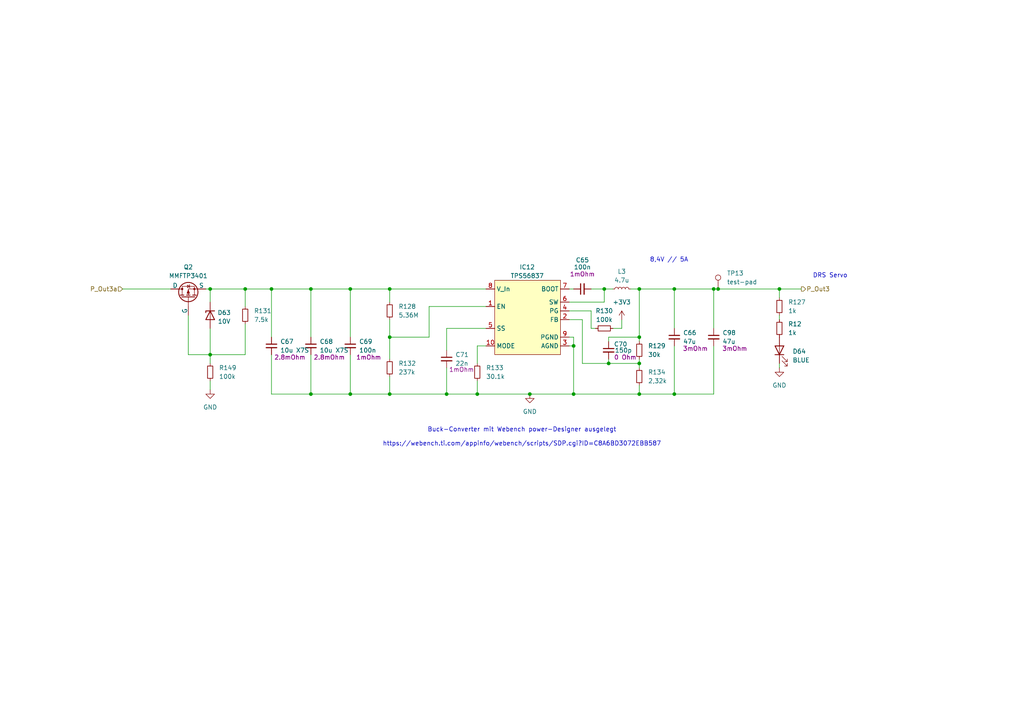
<source format=kicad_sch>
(kicad_sch (version 20231120) (generator "eeschema") (generator_version "8.0")
  (paper "A4")
  (title_block (title "PDU FT25") (date "2025-01-15") (rev "V1.2") (company "Janek Herm") (comment 1 "FaSTTUBe Electronics"))
  (lib_symbols
    (symbol "Connector:TestPoint" (pin_numbers hide) (pin_names (offset 0.762) hide)
      (property "Reference" "TP" (at 0 6.858 0))
      (property "Value" "TestPoint" (at 0 5.08 0))
      (symbol "TestPoint_0_1"
        (circle (center 0 3.302) (radius 0.762))
      )
      (symbol "TestPoint_1_1"
        (pin passive line (at 0 0 90) (length 2.54) (name "1") (number "1"))
      )
    )
    (symbol "Device:C_Small" (pin_numbers hide) (pin_names (offset 0.254) hide)
      (property "Reference" "C" (at 0.254 1.778 0))
      (property "Value" "C_Small" (at 0.254 -2.032 0))
      (symbol "C_Small_0_1"
        (polyline (pts (xy -1.524 -0.508) (xy 1.524 -0.508)) (stroke (width 0.3302)))
        (polyline (pts (xy -1.524 0.508) (xy 1.524 0.508)) (stroke (width 0.3048)))
      )
      (symbol "C_Small_1_1"
        (pin passive line (at 0 2.54 270) (length 2.032) (name "~") (number "1"))
        (pin passive line (at 0 -2.54 90) (length 2.032) (name "~") (number "2"))
      )
    )
    (symbol "Device:D_Zener" (pin_numbers hide) (pin_names (offset 1.016) hide)
      (property "Reference" "D" (at 0 2.54 0))
      (property "Value" "D_Zener" (at 0 -2.54 0))
      (symbol "D_Zener_0_1"
        (polyline (pts (xy 1.27 0) (xy -1.27 0)))
        (polyline (pts (xy -1.27 -1.27) (xy -1.27 1.27) (xy -0.762 1.27)) (stroke (width 0.254)))
        (polyline (pts (xy 1.27 -1.27) (xy 1.27 1.27) (xy -1.27 0) (xy 1.27 -1.27)) (stroke (width 0.254)))
      )
      (symbol "D_Zener_1_1"
        (pin passive line (at -3.81 0 0) (length 2.54) (name "K") (number "1"))
        (pin passive line (at 3.81 0 180) (length 2.54) (name "A") (number "2"))
      )
    )
    (symbol "Device:LED" (pin_numbers hide) (pin_names (offset 1.016) hide)
      (property "Reference" "D" (at 0 2.54 0))
      (property "Value" "LED" (at 0 -2.54 0))
      (symbol "LED_0_1"
        (polyline (pts (xy -1.27 -1.27) (xy -1.27 1.27)) (stroke (width 0.254)))
        (polyline (pts (xy -1.27 0) (xy 1.27 0)))
        (polyline (pts (xy 1.27 -1.27) (xy 1.27 1.27) (xy -1.27 0) (xy 1.27 -1.27)) (stroke (width 0.254)))
        (polyline (pts (xy -3.048 -0.762) (xy -4.572 -2.286) (xy -3.81 -2.286) (xy -4.572 -2.286) (xy -4.572 -1.524)))
        (polyline (pts (xy -1.778 -0.762) (xy -3.302 -2.286) (xy -2.54 -2.286) (xy -3.302 -2.286) (xy -3.302 -1.524)))
      )
      (symbol "LED_1_1"
        (pin passive line (at -3.81 0 0) (length 2.54) (name "K") (number "1"))
        (pin passive line (at 3.81 0 180) (length 2.54) (name "A") (number "2"))
      )
    )
    (symbol "Device:L_Small" (pin_numbers hide) (pin_names (offset 0.254) hide)
      (property "Reference" "L" (at 0.762 1.016 0))
      (property "Value" "L_Small" (at 0.762 -1.016 0))
      (symbol "L_Small_0_1"
        (arc (start 0 -2.032) (mid 0.5058 -1.524) (end 0 -1.016))
        (arc (start 0 -1.016) (mid 0.5058 -0.508) (end 0 0))
        (arc (start 0 0) (mid 0.5058 0.508) (end 0 1.016))
        (arc (start 0 1.016) (mid 0.5058 1.524) (end 0 2.032))
      )
      (symbol "L_Small_1_1"
        (pin passive line (at 0 2.54 270) (length 0.508) (name "~") (number "1"))
        (pin passive line (at 0 -2.54 90) (length 0.508) (name "~") (number "2"))
      )
    )
    (symbol "Device:R_Small" (pin_numbers hide) (pin_names (offset 0.254) hide)
      (property "Reference" "R" (at 0.762 0.508 0))
      (property "Value" "R_Small" (at 0.762 -1.016 0))
      (symbol "R_Small_0_1"
        (rectangle (start -0.762 1.778) (end 0.762 -1.778) (stroke (width 0.2032)))
      )
      (symbol "R_Small_1_1"
        (pin passive line (at 0 2.54 270) (length 0.762) (name "~") (number "1"))
        (pin passive line (at 0 -2.54 90) (length 0.762) (name "~") (number "2"))
      )
    )
    (symbol "FaSTTUBe_Voltage_Regulators:TPS56837"
      (property "Reference" "IC" (at -3.556 10.922 0))
      (property "Value" "TPS56837" (at -3.302 8.636 0))
      (symbol "TPS56837_1_1"
        (rectangle (start -12.7 7.62) (end 6.35 -13.97) (fill (type background)))
        (pin input line (at -15.24 0 0) (length 2.54) (name "EN") (number "1"))
        (pin input line (at -15.24 -11.43 0) (length 2.54) (name "MODE") (number "10"))
        (pin input line (at 8.89 -3.81 180) (length 2.54) (name "FB") (number "2"))
        (pin input line (at 8.89 -11.43 180) (length 2.54) (name "AGND") (number "3"))
        (pin input line (at 8.89 -1.27 180) (length 2.54) (name "PG") (number "4"))
        (pin input line (at -15.24 -6.35 0) (length 2.54) (name "SS") (number "5"))
        (pin input line (at 8.89 1.27 180) (length 2.54) (name "SW") (number "6"))
        (pin input line (at 8.89 5.08 180) (length 2.54) (name "BOOT") (number "7"))
        (pin input line (at -15.24 5.08 0) (length 2.54) (name "V_In") (number "8"))
        (pin input line (at 8.89 -8.89 180) (length 2.54) (name "PGND") (number "9"))
      )
    )
    (symbol "Simulation_SPICE:PMOS" (pin_numbers hide) (pin_names (offset 0))
      (property "Reference" "Q" (at 5.08 1.27 0))
      (property "Value" "PMOS" (at 5.08 -1.27 0))
      (symbol "PMOS_0_1"
        (polyline (pts (xy 0.254 0) (xy -2.54 0)))
        (polyline (pts (xy 0.254 1.905) (xy 0.254 -1.905)) (stroke (width 0.254)))
        (polyline (pts (xy 0.762 -1.27) (xy 0.762 -2.286)) (stroke (width 0.254)))
        (polyline (pts (xy 0.762 0.508) (xy 0.762 -0.508)) (stroke (width 0.254)))
        (polyline (pts (xy 0.762 2.286) (xy 0.762 1.27)) (stroke (width 0.254)))
        (polyline (pts (xy 2.54 2.54) (xy 2.54 1.778)))
        (polyline (pts (xy 2.54 -2.54) (xy 2.54 0) (xy 0.762 0)))
        (polyline (pts (xy 0.762 1.778) (xy 3.302 1.778) (xy 3.302 -1.778) (xy 0.762 -1.778)))
        (polyline (pts (xy 2.286 0) (xy 1.27 0.381) (xy 1.27 -0.381) (xy 2.286 0)) (fill (type outline)))
        (polyline (pts (xy 2.794 -0.508) (xy 2.921 -0.381) (xy 3.683 -0.381) (xy 3.81 -0.254)))
        (polyline (pts (xy 3.302 -0.381) (xy 2.921 0.254) (xy 3.683 0.254) (xy 3.302 -0.381)))
        (circle (center 1.651 0) (radius 2.794) (stroke (width 0.254)))
        (circle (center 2.54 -1.778) (radius 0.254) (fill (type outline)))
        (circle (center 2.54 1.778) (radius 0.254) (fill (type outline)))
      )
      (symbol "PMOS_1_1"
        (pin passive line (at 2.54 5.08 270) (length 2.54) (name "D") (number "1"))
        (pin input line (at -5.08 0 0) (length 2.54) (name "G") (number "2"))
        (pin passive line (at 2.54 -5.08 90) (length 2.54) (name "S") (number "3"))
      )
    )
    (symbol "power:+3.3V" (power) (pin_numbers hide) (pin_names (offset 0) hide)
      (property "Value" "+3.3V" (at 0 3.556 0))
      (symbol "+3.3V_0_1"
        (polyline (pts (xy -0.762 1.27) (xy 0 2.54)))
        (polyline (pts (xy 0 0) (xy 0 2.54)))
        (polyline (pts (xy 0 2.54) (xy 0.762 1.27)))
      )
      (symbol "+3.3V_1_1"
        (pin power_in line (at 0 0 90) (length 0) (name "~") (number "1"))
      )
    )
    (symbol "power:GND" (power) (pin_numbers hide) (pin_names (offset 0) hide)
      (property "Value" "GND" (at 0 -3.81 0))
      (symbol "GND_0_1"
        (polyline (pts (xy 0 0) (xy 0 -1.27) (xy 1.27 -1.27) (xy 0 -2.54) (xy -1.27 -1.27) (xy 0 -1.27)))
      )
      (symbol "GND_1_1"
        (pin power_in line (at 0 0 270) (length 0) (name "~") (number "1"))
      )
    )
  )
  (junction (at 113.03 114.3))
  (junction (at 226.06 83.82))
  (junction (at 195.58 83.82))
  (junction (at 185.42 105.41))
  (junction (at 113.03 83.82))
  (junction (at 185.42 83.82))
  (junction (at 101.6 114.3))
  (junction (at 129.54 114.3))
  (junction (at 208.28 83.82))
  (junction (at 185.42 114.3))
  (junction (at 176.53 105.41))
  (junction (at 101.6 83.82))
  (junction (at 60.96 102.87))
  (junction (at 207.01 83.82))
  (junction (at 185.42 97.79))
  (junction (at 90.17 83.82))
  (junction (at 153.67 114.3))
  (junction (at 78.74 83.82))
  (junction (at 138.43 114.3))
  (junction (at 195.58 114.3))
  (junction (at 175.26 83.82))
  (junction (at 166.37 114.3))
  (junction (at 71.12 83.82))
  (junction (at 113.03 97.79))
  (junction (at 166.37 100.33))
  (junction (at 90.17 114.3))
  (junction (at 60.96 83.82))
  (wire (pts (xy 71.12 83.82) (xy 78.74 83.82)))
  (wire (pts (xy 124.46 88.9) (xy 124.46 97.79)))
  (wire (pts (xy 113.03 109.22) (xy 113.03 114.3)))
  (wire (pts (xy 165.1 92.71) (xy 168.91 92.71)))
  (wire (pts (xy 166.37 100.33) (xy 166.37 114.3)))
  (wire (pts (xy 226.06 83.82) (xy 226.06 86.36)))
  (wire (pts (xy 176.53 105.41) (xy 185.42 105.41)))
  (wire (pts (xy 60.96 110.49) (xy 60.96 113.03)))
  (wire (pts (xy 226.06 105.41) (xy 226.06 106.68)))
  (wire (pts (xy 180.34 95.25) (xy 180.34 92.71)))
  (wire (pts (xy 226.06 91.44) (xy 226.06 92.71)))
  (wire (pts (xy 60.96 83.82) (xy 71.12 83.82)))
  (wire (pts (xy 101.6 102.87) (xy 101.6 114.3)))
  (wire (pts (xy 35.56 83.82) (xy 49.53 83.82)))
  (wire (pts (xy 90.17 102.87) (xy 90.17 114.3)))
  (wire (pts (xy 90.17 83.82) (xy 90.17 97.79)))
  (wire (pts (xy 185.42 111.76) (xy 185.42 114.3)))
  (wire (pts (xy 71.12 102.87) (xy 60.96 102.87)))
  (wire (pts (xy 185.42 99.06) (xy 185.42 97.79)))
  (wire (pts (xy 60.96 102.87) (xy 60.96 105.41)))
  (wire (pts (xy 140.97 88.9) (xy 124.46 88.9)))
  (wire (pts (xy 177.8 83.82) (xy 175.26 83.82)))
  (wire (pts (xy 171.45 90.17) (xy 171.45 95.25)))
  (wire (pts (xy 129.54 106.68) (xy 129.54 114.3)))
  (wire (pts (xy 101.6 83.82) (xy 101.6 97.79)))
  (wire (pts (xy 71.12 83.82) (xy 71.12 88.9)))
  (wire (pts (xy 175.26 87.63) (xy 175.26 83.82)))
  (wire (pts (xy 208.28 83.82) (xy 226.06 83.82)))
  (wire (pts (xy 185.42 83.82) (xy 185.42 97.79)))
  (wire (pts (xy 166.37 114.3) (xy 185.42 114.3)))
  (wire (pts (xy 166.37 97.79) (xy 166.37 100.33)))
  (wire (pts (xy 165.1 87.63) (xy 175.26 87.63)))
  (wire (pts (xy 59.69 83.82) (xy 60.96 83.82)))
  (wire (pts (xy 138.43 110.49) (xy 138.43 114.3)))
  (wire (pts (xy 124.46 97.79) (xy 113.03 97.79)))
  (wire (pts (xy 185.42 114.3) (xy 195.58 114.3)))
  (wire (pts (xy 226.06 83.82) (xy 232.41 83.82)))
  (wire (pts (xy 185.42 83.82) (xy 195.58 83.82)))
  (wire (pts (xy 54.61 91.44) (xy 54.61 102.87)))
  (wire (pts (xy 195.58 100.33) (xy 195.58 114.3)))
  (wire (pts (xy 113.03 114.3) (xy 129.54 114.3)))
  (wire (pts (xy 138.43 114.3) (xy 153.67 114.3)))
  (wire (pts (xy 185.42 104.14) (xy 185.42 105.41)))
  (wire (pts (xy 113.03 92.71) (xy 113.03 97.79)))
  (wire (pts (xy 165.1 83.82) (xy 166.37 83.82)))
  (wire (pts (xy 195.58 83.82) (xy 195.58 95.25)))
  (wire (pts (xy 54.61 102.87) (xy 60.96 102.87)))
  (wire (pts (xy 176.53 105.41) (xy 176.53 104.14)))
  (wire (pts (xy 195.58 114.3) (xy 207.01 114.3)))
  (wire (pts (xy 78.74 102.87) (xy 78.74 114.3)))
  (wire (pts (xy 78.74 114.3) (xy 90.17 114.3)))
  (wire (pts (xy 165.1 90.17) (xy 171.45 90.17)))
  (wire (pts (xy 165.1 97.79) (xy 166.37 97.79)))
  (wire (pts (xy 171.45 95.25) (xy 172.72 95.25)))
  (wire (pts (xy 165.1 100.33) (xy 166.37 100.33)))
  (wire (pts (xy 140.97 100.33) (xy 138.43 100.33)))
  (wire (pts (xy 138.43 100.33) (xy 138.43 105.41)))
  (wire (pts (xy 90.17 83.82) (xy 101.6 83.82)))
  (wire (pts (xy 185.42 105.41) (xy 185.42 106.68)))
  (wire (pts (xy 168.91 92.71) (xy 168.91 105.41)))
  (wire (pts (xy 71.12 93.98) (xy 71.12 102.87)))
  (wire (pts (xy 60.96 95.25) (xy 60.96 102.87)))
  (wire (pts (xy 129.54 114.3) (xy 138.43 114.3)))
  (wire (pts (xy 60.96 83.82) (xy 60.96 87.63)))
  (wire (pts (xy 113.03 83.82) (xy 113.03 87.63)))
  (wire (pts (xy 182.88 83.82) (xy 185.42 83.82)))
  (wire (pts (xy 171.45 83.82) (xy 175.26 83.82)))
  (wire (pts (xy 177.8 95.25) (xy 180.34 95.25)))
  (wire (pts (xy 140.97 95.25) (xy 129.54 95.25)))
  (wire (pts (xy 101.6 83.82) (xy 113.03 83.82)))
  (wire (pts (xy 78.74 83.82) (xy 90.17 83.82)))
  (wire (pts (xy 78.74 83.82) (xy 78.74 97.79)))
  (wire (pts (xy 113.03 97.79) (xy 113.03 104.14)))
  (wire (pts (xy 207.01 100.33) (xy 207.01 114.3)))
  (wire (pts (xy 129.54 95.25) (xy 129.54 101.6)))
  (wire (pts (xy 168.91 105.41) (xy 176.53 105.41)))
  (wire (pts (xy 176.53 97.79) (xy 176.53 99.06)))
  (wire (pts (xy 101.6 114.3) (xy 113.03 114.3)))
  (wire (pts (xy 195.58 83.82) (xy 207.01 83.82)))
  (wire (pts (xy 153.67 114.3) (xy 166.37 114.3)))
  (wire (pts (xy 113.03 83.82) (xy 140.97 83.82)))
  (wire (pts (xy 207.01 83.82) (xy 208.28 83.82)))
  (wire (pts (xy 207.01 83.82) (xy 207.01 95.25)))
  (wire (pts (xy 90.17 114.3) (xy 101.6 114.3)))
  (wire (pts (xy 176.53 97.79) (xy 185.42 97.79)))
  (text "DRS Servo" (at 240.792 80.01 0) (effects (font (size 1.27 1.27))))
  (text "8,4V // 5A" (at 194.056 75.438 0) (effects (font (size 1.27 1.27))))
  (text "Buck-Converter mit Webench power-Designer ausgelegt\n\nhttps://webench.ti.com/appinfo/webench/scripts/SDP.cgi?ID=C8A6BD3072EBB587" (at 151.384 126.746 0) (effects (font (size 1.27 1.27))))
  (hierarchical_label "P_Out3" (shape output) (at 232.41 83.82 0))
  (hierarchical_label "P_Out3a" (shape input) (at 35.56 83.82 180))
  (symbol (lib_id "Device:R_Small") (at 185.42 109.22 0) (unit 1)
    (property "Reference" "R134" (at 187.96 107.9499 0) (effects (justify left)))
    (property "Value" "2,32k" (at 187.96 110.4899 0) (effects (justify left)))
    (property "Footprint" "Resistor_SMD:R_0603_1608Metric" (effects (hide yes)))
    (property "Description" "Resistor, small symbol" (effects (hide yes)))
  )
  (symbol (lib_id "Connector:TestPoint") (at 208.28 83.82 0) (unit 1)
    (property "Reference" "TP13" (at 210.82 79.2479 0) (effects (justify left)))
    (property "Value" "test-pad" (at 210.82 81.7879 0) (effects (justify left)))
    (property "Footprint" "5025:5025" (effects (hide yes)))
    (property "Description" "test point" (effects (hide yes)))
  )
  (symbol (lib_id "Device:D_Zener") (at 60.96 91.44 90) (mirror x) (unit 1)
    (property "Reference" "D63" (at 65.024 90.678 90))
    (property "Value" "10V" (at 65.024 93.218 90))
    (property "Footprint" "3SMAJ5934B-TP:DIOM5226X244N" (effects (hide yes)))
    (property "Datasheet" "https://www.mouser.de/datasheet/2/258/3SMAJ5918B_3SMAJ5956B_SMA_-3423242.pdf" (effects (hide yes)))
    (property "Description" "Zener diode" (effects (hide yes)))
    (property "MPR" "3SMAJ5925B" (effects (hide yes)))
  )
  (symbol (lib_id "Device:R_Small") (at 60.96 107.95 0) (unit 1)
    (property "Reference" "R149" (at 63.5 106.6799 0) (effects (justify left)))
    (property "Value" "100k" (at 63.5 109.2199 0) (effects (justify left)))
    (property "Footprint" "Resistor_SMD:R_0603_1608Metric" (effects (hide yes)))
    (property "Description" "Resistor, small symbol" (effects (hide yes)))
  )
  (symbol (lib_id "Device:C_Small") (at 78.74 100.33 0) (unit 1)
    (property "Reference" "C67" (at 81.28 99.0662 0) (effects (justify left)))
    (property "Value" "10u X7S" (at 81.28 101.6062 0) (effects (justify left)))
    (property "Footprint" "Capacitor_SMD:C_1210_3225Metric" (effects (hide yes)))
    (property "Description" "Unpolarized capacitor, small symbol" (effects (hide yes)))
    (property "Resistance" "2.8mOhm" (at 84.074 103.632 0))
  )
  (symbol (lib_id "Device:LED") (at 226.06 101.6 90) (unit 1)
    (property "Reference" "D64" (at 229.87 101.9174 90) (effects (justify right)))
    (property "Value" "BLUE" (at 229.87 104.4574 90) (effects (justify right)))
    (property "Footprint" "LED_SMD:LED_0603_1608Metric" (effects (hide yes)))
    (property "Datasheet" "https://www.we-online.com/components/products/datasheet/150060BS75000.pdf" (effects (hide yes)))
    (property "Description" "Light emitting diode" (effects (hide yes)))
    (property "MPR" "150060BS75000" (effects (hide yes)))
  )
  (symbol (lib_id "Device:C_Small") (at 129.54 104.14 0) (unit 1)
    (property "Reference" "C71" (at 132.08 102.8762 0) (effects (justify left)))
    (property "Value" "22n" (at 132.08 105.4162 0) (effects (justify left)))
    (property "Footprint" "Capacitor_SMD:C_0603_1608Metric" (effects (hide yes)))
    (property "Description" "Unpolarized capacitor, small symbol" (effects (hide yes)))
    (property "Resistance" "1mOhm" (at 133.858 107.188 0))
  )
  (symbol (lib_id "Simulation_SPICE:PMOS") (at 54.61 86.36 90) (unit 1)
    (property "Reference" "Q2" (at 54.61 77.47 90))
    (property "Value" "MMFTP3401" (at 54.61 80.01 90))
    (property "Footprint" "FaSTTUBe_Switches:SOT-23_GSD" (effects (hide yes)))
    (property "Datasheet" "https://diotec.com/request/datasheet/mmftp3401.pdf" (effects (hide yes)))
    (property "Description" "P-MOSFET transistor, drain/source/gate" (effects (hide yes)))
    (property "Sim.Device" "PMOS" (effects (hide yes)))
    (property "Sim.Type" "VDMOS" (effects (hide yes)))
    (property "Sim.Pins" "1=D 2=G 3=S" (effects (hide yes)))
  )
  (symbol (lib_id "Device:C_Small") (at 101.6 100.33 0) (unit 1)
    (property "Reference" "C69" (at 104.14 99.0662 0) (effects (justify left)))
    (property "Value" "100n" (at 104.14 101.6062 0) (effects (justify left)))
    (property "Footprint" "Capacitor_SMD:C_0805_2012Metric" (effects (hide yes)))
    (property "Description" "Unpolarized capacitor, small symbol" (effects (hide yes)))
    (property "Resistance" "1mOhm" (at 106.934 103.632 0))
  )
  (symbol (lib_id "power:GND") (at 60.96 113.03 0) (unit 1)
    (property "Reference" "#PWR0190" (effects (hide yes)))
    (property "Value" "GND" (at 60.96 118.11 0))
    (property "Description" "Power symbol creates a global label with name \"GND\" , ground" (effects (hide yes)))
  )
  (symbol (lib_id "Device:R_Small") (at 226.06 95.25 0) (unit 1)
    (property "Reference" "R12" (at 228.6 93.9799 0) (effects (justify left)))
    (property "Value" "1k" (at 228.6 96.5199 0) (effects (justify left)))
    (property "Footprint" "Resistor_SMD:R_0603_1608Metric" (effects (hide yes)))
    (property "Description" "Resistor, small symbol" (effects (hide yes)))
  )
  (symbol (lib_id "FaSTTUBe_Voltage_Regulators:TPS56837") (at 156.21 88.9 0) (unit 1)
    (property "Reference" "IC12" (at 152.908 77.47 0))
    (property "Value" "TPS56837" (at 152.908 80.01 0))
    (property "Footprint" "TPS56837:TPS56837" (effects (hide yes)))
    (property "Datasheet" "https://www.ti.com/lit/ds/symlink/tps56837.pdf?ts=1731338435977" (effects (hide yes)))
  )
  (symbol (lib_id "Device:C_Small") (at 207.01 97.79 0) (unit 1)
    (property "Reference" "C98" (at 209.55 96.5262 0) (effects (justify left)))
    (property "Value" "47u" (at 209.55 99.0662 0) (effects (justify left)))
    (property "Footprint" "Capacitor_SMD:C_1206_3216Metric" (effects (hide yes)))
    (property "Description" "Unpolarized capacitor, small symbol" (effects (hide yes)))
    (property "Resistance" "3mOhm" (at 213.106 101.092 0))
  )
  (symbol (lib_id "Device:R_Small") (at 138.43 107.95 0) (unit 1)
    (property "Reference" "R133" (at 140.97 106.6799 0) (effects (justify left)))
    (property "Value" "30.1k" (at 140.97 109.2199 0) (effects (justify left)))
    (property "Footprint" "Resistor_SMD:R_0603_1608Metric" (effects (hide yes)))
    (property "Description" "Resistor, small symbol" (effects (hide yes)))
  )
  (symbol (lib_id "power:GND") (at 153.67 114.3 0) (unit 1)
    (property "Reference" "#PWR0191" (effects (hide yes)))
    (property "Value" "GND" (at 153.67 119.38 0))
    (property "Description" "Power symbol creates a global label with name \"GND\" , ground" (effects (hide yes)))
  )
  (symbol (lib_id "Device:R_Small") (at 71.12 91.44 0) (unit 1)
    (property "Reference" "R131" (at 73.66 90.1699 0) (effects (justify left)))
    (property "Value" "7.5k" (at 73.66 92.7099 0) (effects (justify left)))
    (property "Footprint" "Resistor_SMD:R_0603_1608Metric" (effects (hide yes)))
    (property "Description" "Resistor, small symbol" (effects (hide yes)))
  )
  (symbol (lib_id "Device:C_Small") (at 195.58 97.79 0) (unit 1)
    (property "Reference" "C66" (at 198.12 96.5262 0) (effects (justify left)))
    (property "Value" "47u" (at 198.12 99.0662 0) (effects (justify left)))
    (property "Footprint" "Capacitor_SMD:C_1206_3216Metric" (effects (hide yes)))
    (property "Description" "Unpolarized capacitor, small symbol" (effects (hide yes)))
    (property "Resistance" "3mOhm" (at 201.676 101.092 0))
  )
  (symbol (lib_id "Device:R_Small") (at 226.06 88.9 0) (unit 1)
    (property "Reference" "R127" (at 228.6 87.6299 0) (effects (justify left)))
    (property "Value" "1k" (at 228.6 90.1699 0) (effects (justify left)))
    (property "Footprint" "Resistor_SMD:R_0603_1608Metric" (effects (hide yes)))
    (property "Description" "Resistor, small symbol" (effects (hide yes)))
  )
  (symbol (lib_id "Device:R_Small") (at 113.03 106.68 0) (unit 1)
    (property "Reference" "R132" (at 115.57 105.4099 0) (effects (justify left)))
    (property "Value" "237k" (at 115.57 107.9499 0) (effects (justify left)))
    (property "Footprint" "Resistor_SMD:R_0603_1608Metric" (effects (hide yes)))
    (property "Description" "Resistor, small symbol" (effects (hide yes)))
  )
  (symbol (lib_id "Device:C_Small") (at 176.53 101.6 0) (unit 1)
    (property "Reference" "C70" (at 178.054 99.8282 0) (effects (justify left)))
    (property "Value" "150p" (at 178.308 101.6062 0) (effects (justify left)))
    (property "Footprint" "Capacitor_SMD:C_0603_1608Metric" (effects (hide yes)))
    (property "Description" "Unpolarized capacitor, small symbol" (effects (hide yes)))
    (property "Resistance" "0 Ohm" (at 181.356 103.632 0))
  )
  (symbol (lib_id "Device:L_Small") (at 180.34 83.82 90) (unit 1)
    (property "Reference" "L3" (at 180.34 78.74 90))
    (property "Value" "4.7u" (at 180.34 81.28 90))
    (property "Footprint" "7443330470:WE-HCC_109021" (effects (hide yes)))
    (property "Datasheet" "https://www.we-online.com/components/products/datasheet/7443330470.pdf" (effects (hide yes)))
    (property "Description" "Inductor, small symbol" (effects (hide yes)))
  )
  (symbol (lib_id "Device:C_Small") (at 90.17 100.33 0) (unit 1)
    (property "Reference" "C68" (at 92.71 99.0662 0) (effects (justify left)))
    (property "Value" "10u X7S" (at 92.71 101.6062 0) (effects (justify left)))
    (property "Footprint" "Capacitor_SMD:C_1210_3225Metric" (effects (hide yes)))
    (property "Description" "Unpolarized capacitor, small symbol" (effects (hide yes)))
    (property "Resistance" "2.8mOhm" (at 95.504 103.632 0))
  )
  (symbol (lib_id "Device:R_Small") (at 185.42 101.6 0) (unit 1)
    (property "Reference" "R129" (at 187.96 100.3299 0) (effects (justify left)))
    (property "Value" "30k" (at 187.96 102.8699 0) (effects (justify left)))
    (property "Footprint" "Resistor_SMD:R_0603_1608Metric" (effects (hide yes)))
    (property "Description" "Resistor, small symbol" (effects (hide yes)))
  )
  (symbol (lib_id "power:GND") (at 226.06 106.68 0) (unit 1)
    (property "Reference" "#PWR0189" (effects (hide yes)))
    (property "Value" "GND" (at 226.06 111.76 0))
    (property "Description" "Power symbol creates a global label with name \"GND\" , ground" (effects (hide yes)))
  )
  (symbol (lib_id "Device:C_Small") (at 168.91 83.82 90) (unit 1)
    (property "Reference" "C65" (at 168.9163 75.438 90))
    (property "Value" "100n" (at 168.9163 77.47 90))
    (property "Footprint" "Capacitor_SMD:C_0603_1608Metric" (effects (hide yes)))
    (property "Description" "Unpolarized capacitor, small symbol" (effects (hide yes)))
    (property "Resistance" "1mOhm" (at 168.91 79.502 90))
  )
  (symbol (lib_id "power:+3.3V") (at 180.34 92.71 0) (unit 1)
    (property "Reference" "#PWR0188" (effects (hide yes)))
    (property "Value" "+3V3" (at 180.34 87.63 0))
    (property "Description" "Power symbol creates a global label with name \"+3.3V\"" (effects (hide yes)))
  )
  (symbol (lib_id "Device:R_Small") (at 113.03 90.17 0) (unit 1)
    (property "Reference" "R128" (at 115.57 88.8999 0) (effects (justify left)))
    (property "Value" "5.36M" (at 115.57 91.4399 0) (effects (justify left)))
    (property "Footprint" "Resistor_SMD:R_0603_1608Metric" (effects (hide yes)))
    (property "Description" "Resistor, small symbol" (effects (hide yes)))
  )
  (symbol (lib_id "Device:R_Small") (at 175.26 95.25 90) (unit 1)
    (property "Reference" "R130" (at 175.26 90.17 90))
    (property "Value" "100k" (at 175.26 92.71 90))
    (property "Footprint" "Resistor_SMD:R_0603_1608Metric" (effects (hide yes)))
    (property "Description" "Resistor, small symbol" (effects (hide yes)))
  )
)
</source>
